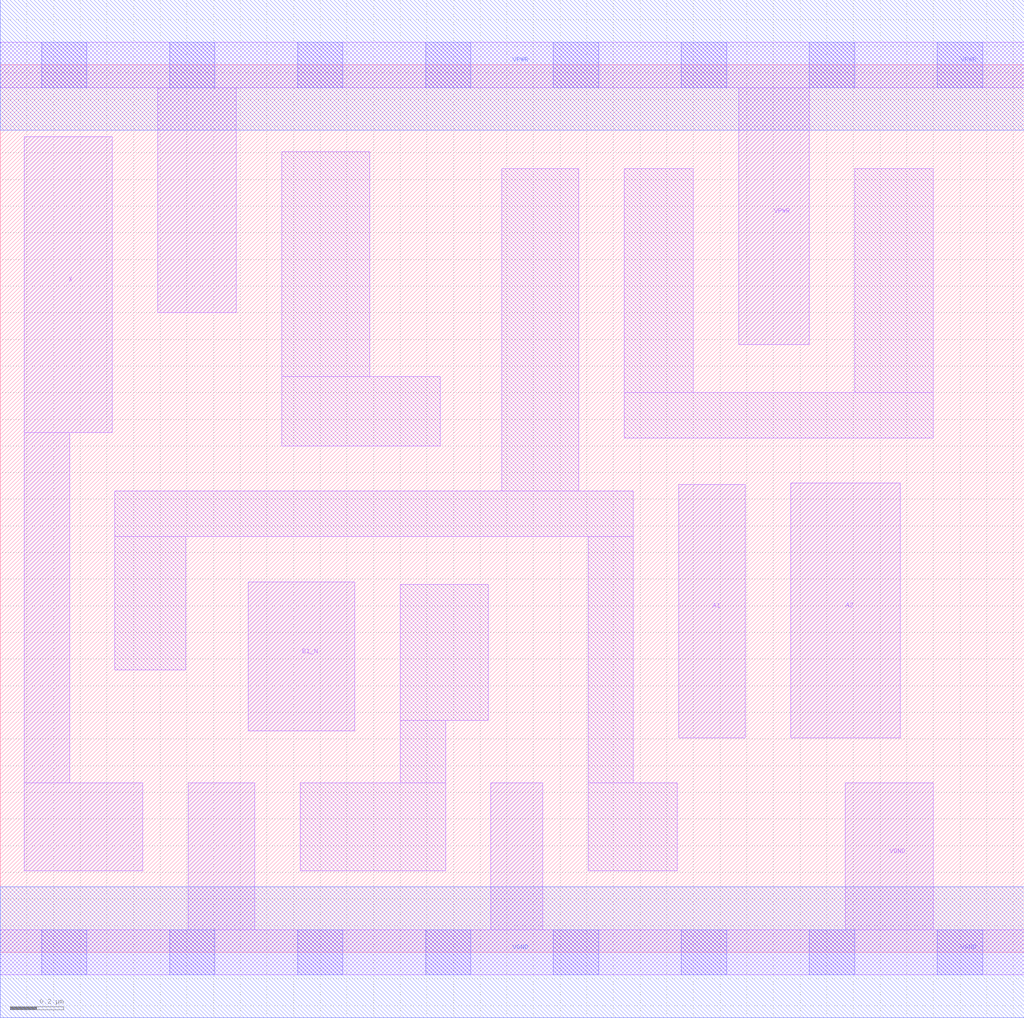
<source format=lef>
# Copyright 2020 The SkyWater PDK Authors
#
# Licensed under the Apache License, Version 2.0 (the "License");
# you may not use this file except in compliance with the License.
# You may obtain a copy of the License at
#
#     https://www.apache.org/licenses/LICENSE-2.0
#
# Unless required by applicable law or agreed to in writing, software
# distributed under the License is distributed on an "AS IS" BASIS,
# WITHOUT WARRANTIES OR CONDITIONS OF ANY KIND, either express or implied.
# See the License for the specific language governing permissions and
# limitations under the License.
#
# SPDX-License-Identifier: Apache-2.0

VERSION 5.7 ;
  NAMESCASESENSITIVE ON ;
  NOWIREEXTENSIONATPIN ON ;
  DIVIDERCHAR "/" ;
  BUSBITCHARS "[]" ;
UNITS
  DATABASE MICRONS 200 ;
END UNITS
MACRO sky130_fd_sc_lp__a21bo_0
  CLASS CORE ;
  SOURCE USER ;
  FOREIGN sky130_fd_sc_lp__a21bo_0 ;
  ORIGIN  0.000000  0.000000 ;
  SIZE  3.840000 BY  3.330000 ;
  SYMMETRY X Y R90 ;
  SITE unit ;
  PIN A1
    ANTENNAGATEAREA  0.159000 ;
    DIRECTION INPUT ;
    USE SIGNAL ;
    PORT
      LAYER li1 ;
        RECT 2.545000 0.805000 2.795000 1.755000 ;
    END
  END A1
  PIN A2
    ANTENNAGATEAREA  0.159000 ;
    DIRECTION INPUT ;
    USE SIGNAL ;
    PORT
      LAYER li1 ;
        RECT 2.965000 0.805000 3.375000 1.760000 ;
    END
  END A2
  PIN B1_N
    ANTENNAGATEAREA  0.126000 ;
    DIRECTION INPUT ;
    USE SIGNAL ;
    PORT
      LAYER li1 ;
        RECT 0.930000 0.830000 1.330000 1.390000 ;
    END
  END B1_N
  PIN X
    ANTENNADIFFAREA  0.280900 ;
    DIRECTION OUTPUT ;
    USE SIGNAL ;
    PORT
      LAYER li1 ;
        RECT 0.090000 0.305000 0.535000 0.635000 ;
        RECT 0.090000 0.635000 0.260000 1.950000 ;
        RECT 0.090000 1.950000 0.420000 3.060000 ;
    END
  END X
  PIN VGND
    DIRECTION INOUT ;
    USE GROUND ;
    PORT
      LAYER li1 ;
        RECT 0.000000 -0.085000 3.840000 0.085000 ;
        RECT 0.705000  0.085000 0.955000 0.635000 ;
        RECT 1.840000  0.085000 2.035000 0.635000 ;
        RECT 3.170000  0.085000 3.500000 0.635000 ;
      LAYER mcon ;
        RECT 0.155000 -0.085000 0.325000 0.085000 ;
        RECT 0.635000 -0.085000 0.805000 0.085000 ;
        RECT 1.115000 -0.085000 1.285000 0.085000 ;
        RECT 1.595000 -0.085000 1.765000 0.085000 ;
        RECT 2.075000 -0.085000 2.245000 0.085000 ;
        RECT 2.555000 -0.085000 2.725000 0.085000 ;
        RECT 3.035000 -0.085000 3.205000 0.085000 ;
        RECT 3.515000 -0.085000 3.685000 0.085000 ;
      LAYER met1 ;
        RECT 0.000000 -0.245000 3.840000 0.245000 ;
    END
  END VGND
  PIN VPWR
    DIRECTION INOUT ;
    USE POWER ;
    PORT
      LAYER li1 ;
        RECT 0.000000 3.245000 3.840000 3.415000 ;
        RECT 0.590000 2.400000 0.885000 3.245000 ;
        RECT 2.770000 2.280000 3.035000 3.245000 ;
      LAYER mcon ;
        RECT 0.155000 3.245000 0.325000 3.415000 ;
        RECT 0.635000 3.245000 0.805000 3.415000 ;
        RECT 1.115000 3.245000 1.285000 3.415000 ;
        RECT 1.595000 3.245000 1.765000 3.415000 ;
        RECT 2.075000 3.245000 2.245000 3.415000 ;
        RECT 2.555000 3.245000 2.725000 3.415000 ;
        RECT 3.035000 3.245000 3.205000 3.415000 ;
        RECT 3.515000 3.245000 3.685000 3.415000 ;
      LAYER met1 ;
        RECT 0.000000 3.085000 3.840000 3.575000 ;
    END
  END VPWR
  OBS
    LAYER li1 ;
      RECT 0.430000 1.060000 0.695000 1.560000 ;
      RECT 0.430000 1.560000 2.375000 1.730000 ;
      RECT 1.055000 1.900000 1.650000 2.160000 ;
      RECT 1.055000 2.160000 1.385000 3.005000 ;
      RECT 1.125000 0.305000 1.670000 0.635000 ;
      RECT 1.500000 0.635000 1.670000 0.870000 ;
      RECT 1.500000 0.870000 1.830000 1.380000 ;
      RECT 1.880000 1.730000 2.170000 2.940000 ;
      RECT 2.205000 0.305000 2.540000 0.635000 ;
      RECT 2.205000 0.635000 2.375000 1.560000 ;
      RECT 2.340000 1.930000 3.500000 2.100000 ;
      RECT 2.340000 2.100000 2.600000 2.940000 ;
      RECT 3.205000 2.100000 3.500000 2.940000 ;
  END
END sky130_fd_sc_lp__a21bo_0

</source>
